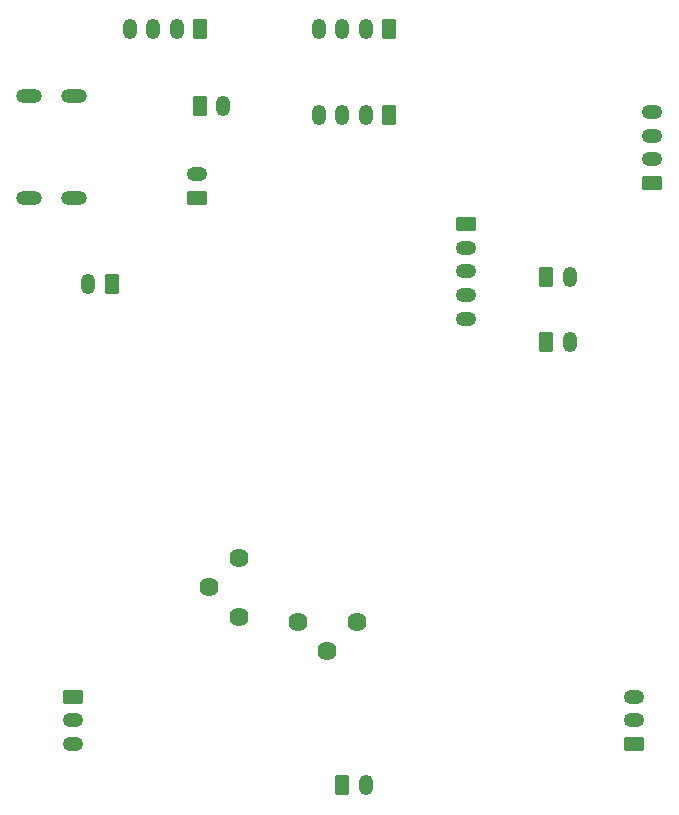
<source format=gbs>
%TF.GenerationSoftware,KiCad,Pcbnew,7.0.8*%
%TF.CreationDate,2024-05-03T09:25:26+02:00*%
%TF.ProjectId,SPROJ2 G3_1,5350524f-4a32-4204-9733-5f312e6b6963,rev?*%
%TF.SameCoordinates,Original*%
%TF.FileFunction,Soldermask,Bot*%
%TF.FilePolarity,Negative*%
%FSLAX46Y46*%
G04 Gerber Fmt 4.6, Leading zero omitted, Abs format (unit mm)*
G04 Created by KiCad (PCBNEW 7.0.8) date 2024-05-03 09:25:26*
%MOMM*%
%LPD*%
G01*
G04 APERTURE LIST*
G04 Aperture macros list*
%AMRoundRect*
0 Rectangle with rounded corners*
0 $1 Rounding radius*
0 $2 $3 $4 $5 $6 $7 $8 $9 X,Y pos of 4 corners*
0 Add a 4 corners polygon primitive as box body*
4,1,4,$2,$3,$4,$5,$6,$7,$8,$9,$2,$3,0*
0 Add four circle primitives for the rounded corners*
1,1,$1+$1,$2,$3*
1,1,$1+$1,$4,$5*
1,1,$1+$1,$6,$7*
1,1,$1+$1,$8,$9*
0 Add four rect primitives between the rounded corners*
20,1,$1+$1,$2,$3,$4,$5,0*
20,1,$1+$1,$4,$5,$6,$7,0*
20,1,$1+$1,$6,$7,$8,$9,0*
20,1,$1+$1,$8,$9,$2,$3,0*%
G04 Aperture macros list end*
%ADD10C,1.620000*%
%ADD11RoundRect,0.250000X0.350000X0.625000X-0.350000X0.625000X-0.350000X-0.625000X0.350000X-0.625000X0*%
%ADD12O,1.200000X1.750000*%
%ADD13RoundRect,0.250000X0.625000X-0.350000X0.625000X0.350000X-0.625000X0.350000X-0.625000X-0.350000X0*%
%ADD14O,1.750000X1.200000*%
%ADD15RoundRect,0.250000X-0.350000X-0.625000X0.350000X-0.625000X0.350000X0.625000X-0.350000X0.625000X0*%
%ADD16RoundRect,0.250000X-0.625000X0.350000X-0.625000X-0.350000X0.625000X-0.350000X0.625000X0.350000X0*%
%ADD17O,2.204000X1.204000*%
G04 APERTURE END LIST*
D10*
%TO.C,P2*%
X141499999Y-121925000D03*
X138999999Y-124425000D03*
X136499999Y-121925000D03*
%TD*%
D11*
%TO.C,J8*%
X128250000Y-71750000D03*
D12*
X126250000Y-71750000D03*
X124250000Y-71750000D03*
X122250000Y-71750000D03*
%TD*%
D13*
%TO.C,J13*%
X127950000Y-86000000D03*
D14*
X127950000Y-84000000D03*
%TD*%
D11*
%TO.C,J7*%
X120750000Y-93300000D03*
D12*
X118750000Y-93300000D03*
%TD*%
D15*
%TO.C,J10*%
X157500000Y-98250000D03*
D12*
X159500000Y-98250000D03*
%TD*%
D11*
%TO.C,J2*%
X144250000Y-71750000D03*
D12*
X142250000Y-71750000D03*
X140250000Y-71750000D03*
X138250000Y-71750000D03*
%TD*%
D13*
%TO.C,J3*%
X166500000Y-84750000D03*
D14*
X166500000Y-82750000D03*
X166500000Y-80750000D03*
X166500000Y-78750000D03*
%TD*%
D15*
%TO.C,J5*%
X140250000Y-135750000D03*
D12*
X142250000Y-135750000D03*
%TD*%
D13*
%TO.C,J4*%
X165000000Y-132251000D03*
D14*
X165000000Y-130251000D03*
X165000000Y-128251000D03*
%TD*%
D11*
%TO.C,J1*%
X144250000Y-79000000D03*
D12*
X142250000Y-79000000D03*
X140250000Y-79000000D03*
X138250000Y-79000000D03*
%TD*%
D10*
%TO.C,P1*%
X131500000Y-121500000D03*
X129000000Y-119000000D03*
X131500000Y-116500000D03*
%TD*%
D15*
%TO.C,J9*%
X157500000Y-92750000D03*
D12*
X159500000Y-92750000D03*
%TD*%
D15*
%TO.C,J6*%
X128200000Y-78200000D03*
D12*
X130200000Y-78200000D03*
%TD*%
D16*
%TO.C,J11*%
X150750000Y-88250000D03*
D14*
X150750000Y-90250000D03*
X150750000Y-92250000D03*
X150750000Y-94250000D03*
X150750000Y-96250000D03*
%TD*%
D17*
%TO.C,J14*%
X117550000Y-77430000D03*
X117550000Y-86070000D03*
X113750000Y-77430000D03*
X113750000Y-86070000D03*
%TD*%
D16*
%TO.C,J12*%
X117500000Y-128250000D03*
D14*
X117500000Y-130250000D03*
X117500000Y-132250000D03*
%TD*%
M02*

</source>
